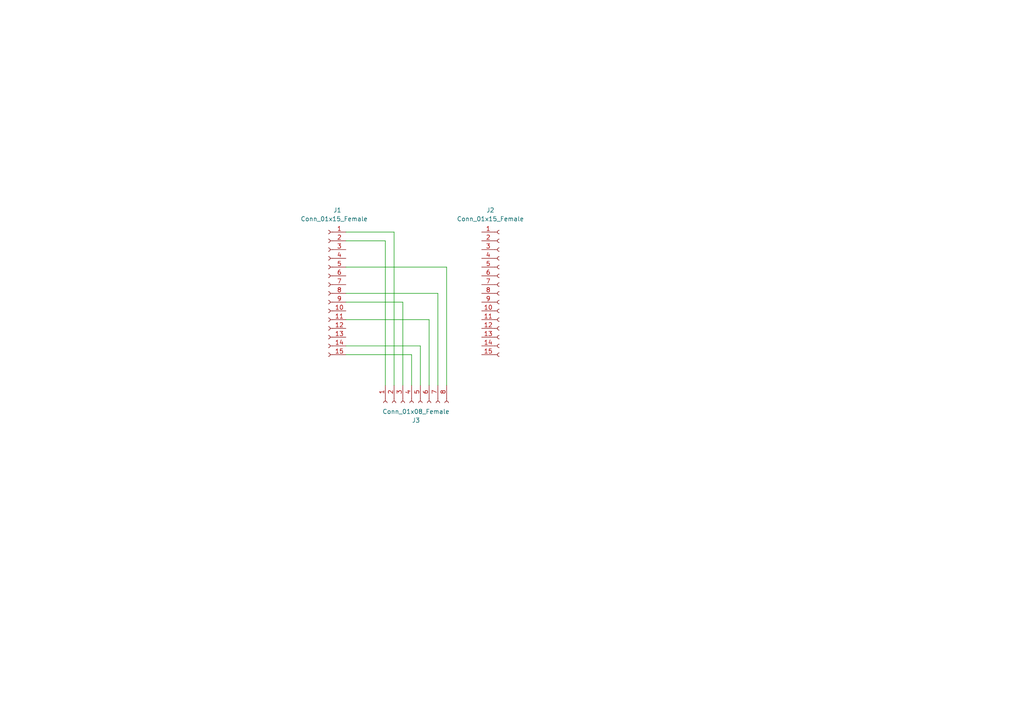
<source format=kicad_sch>
(kicad_sch (version 20211123) (generator eeschema)
  (paper "A4")
  (lib_symbols
    (symbol "Connector:Conn_01x08_Female" (pin_names (offset 1.016) hide)
      (property "Reference" "J" (at 0 10.16 0))
      (property "Value" "Conn_01x08_Female" (at 0 -12.7 0))
      (symbol "Conn_01x08_Female_1_1"
        (arc (start 0 -9.652) (mid -0.508 -10.16) (end 0 -10.668) (stroke (width 0.1524)))
        (arc (start 0 -7.112) (mid -0.508 -7.62) (end 0 -8.128) (stroke (width 0.1524)))
        (arc (start 0 -4.572) (mid -0.508 -5.08) (end 0 -5.588) (stroke (width 0.1524)))
        (arc (start 0 -2.032) (mid -0.508 -2.54) (end 0 -3.048) (stroke (width 0.1524)))
        (polyline (pts (xy -1.27 -10.16) (xy -0.508 -10.16)) (stroke (width 0.1524)))
        (polyline (pts (xy -1.27 -7.62) (xy -0.508 -7.62)) (stroke (width 0.1524)))
        (polyline (pts (xy -1.27 -5.08) (xy -0.508 -5.08)) (stroke (width 0.1524)))
        (polyline (pts (xy -1.27 -2.54) (xy -0.508 -2.54)) (stroke (width 0.1524)))
        (polyline (pts (xy -1.27 0) (xy -0.508 0)) (stroke (width 0.1524)))
        (polyline (pts (xy -1.27 2.54) (xy -0.508 2.54)) (stroke (width 0.1524)))
        (polyline (pts (xy -1.27 5.08) (xy -0.508 5.08)) (stroke (width 0.1524)))
        (polyline (pts (xy -1.27 7.62) (xy -0.508 7.62)) (stroke (width 0.1524)))
        (arc (start 0 0.508) (mid -0.508 0) (end 0 -0.508) (stroke (width 0.1524)))
        (arc (start 0 3.048) (mid -0.508 2.54) (end 0 2.032) (stroke (width 0.1524)))
        (arc (start 0 5.588) (mid -0.508 5.08) (end 0 4.572) (stroke (width 0.1524)))
        (arc (start 0 8.128) (mid -0.508 7.62) (end 0 7.112) (stroke (width 0.1524)))
        (pin passive line (at -5.08 7.62 0) (length 3.81) (name "Pin_1") (number "1"))
        (pin passive line (at -5.08 5.08 0) (length 3.81) (name "Pin_2") (number "2"))
        (pin passive line (at -5.08 2.54 0) (length 3.81) (name "Pin_3") (number "3"))
        (pin passive line (at -5.08 0 0) (length 3.81) (name "Pin_4") (number "4"))
        (pin passive line (at -5.08 -2.54 0) (length 3.81) (name "Pin_5") (number "5"))
        (pin passive line (at -5.08 -5.08 0) (length 3.81) (name "Pin_6") (number "6"))
        (pin passive line (at -5.08 -7.62 0) (length 3.81) (name "Pin_7") (number "7"))
        (pin passive line (at -5.08 -10.16 0) (length 3.81) (name "Pin_8") (number "8"))
      )
    )
    (symbol "Connector:Conn_01x15_Female" (pin_names (offset 1.016) hide)
      (property "Reference" "J" (at 0 20.32 0))
      (property "Value" "Conn_01x15_Female" (at 0 -20.32 0))
      (symbol "Conn_01x15_Female_1_1"
        (arc (start 0 -17.272) (mid -0.508 -17.78) (end 0 -18.288) (stroke (width 0.1524)))
        (arc (start 0 -14.732) (mid -0.508 -15.24) (end 0 -15.748) (stroke (width 0.1524)))
        (arc (start 0 -12.192) (mid -0.508 -12.7) (end 0 -13.208) (stroke (width 0.1524)))
        (arc (start 0 -9.652) (mid -0.508 -10.16) (end 0 -10.668) (stroke (width 0.1524)))
        (arc (start 0 -7.112) (mid -0.508 -7.62) (end 0 -8.128) (stroke (width 0.1524)))
        (arc (start 0 -4.572) (mid -0.508 -5.08) (end 0 -5.588) (stroke (width 0.1524)))
        (arc (start 0 -2.032) (mid -0.508 -2.54) (end 0 -3.048) (stroke (width 0.1524)))
        (polyline (pts (xy -1.27 -17.78) (xy -0.508 -17.78)) (stroke (width 0.1524)))
        (polyline (pts (xy -1.27 -15.24) (xy -0.508 -15.24)) (stroke (width 0.1524)))
        (polyline (pts (xy -1.27 -12.7) (xy -0.508 -12.7)) (stroke (width 0.1524)))
        (polyline (pts (xy -1.27 -10.16) (xy -0.508 -10.16)) (stroke (width 0.1524)))
        (polyline (pts (xy -1.27 -7.62) (xy -0.508 -7.62)) (stroke (width 0.1524)))
        (polyline (pts (xy -1.27 -5.08) (xy -0.508 -5.08)) (stroke (width 0.1524)))
        (polyline (pts (xy -1.27 -2.54) (xy -0.508 -2.54)) (stroke (width 0.1524)))
        (polyline (pts (xy -1.27 0) (xy -0.508 0)) (stroke (width 0.1524)))
        (polyline (pts (xy -1.27 2.54) (xy -0.508 2.54)) (stroke (width 0.1524)))
        (polyline (pts (xy -1.27 5.08) (xy -0.508 5.08)) (stroke (width 0.1524)))
        (polyline (pts (xy -1.27 7.62) (xy -0.508 7.62)) (stroke (width 0.1524)))
        (polyline (pts (xy -1.27 10.16) (xy -0.508 10.16)) (stroke (width 0.1524)))
        (polyline (pts (xy -1.27 12.7) (xy -0.508 12.7)) (stroke (width 0.1524)))
        (polyline (pts (xy -1.27 15.24) (xy -0.508 15.24)) (stroke (width 0.1524)))
        (polyline (pts (xy -1.27 17.78) (xy -0.508 17.78)) (stroke (width 0.1524)))
        (arc (start 0 0.508) (mid -0.508 0) (end 0 -0.508) (stroke (width 0.1524)))
        (arc (start 0 3.048) (mid -0.508 2.54) (end 0 2.032) (stroke (width 0.1524)))
        (arc (start 0 5.588) (mid -0.508 5.08) (end 0 4.572) (stroke (width 0.1524)))
        (arc (start 0 8.128) (mid -0.508 7.62) (end 0 7.112) (stroke (width 0.1524)))
        (arc (start 0 10.668) (mid -0.508 10.16) (end 0 9.652) (stroke (width 0.1524)))
        (arc (start 0 13.208) (mid -0.508 12.7) (end 0 12.192) (stroke (width 0.1524)))
        (arc (start 0 15.748) (mid -0.508 15.24) (end 0 14.732) (stroke (width 0.1524)))
        (arc (start 0 18.288) (mid -0.508 17.78) (end 0 17.272) (stroke (width 0.1524)))
        (pin passive line (at -5.08 17.78 0) (length 3.81) (name "Pin_1") (number "1"))
        (pin passive line (at -5.08 -5.08 0) (length 3.81) (name "Pin_10") (number "10"))
        (pin passive line (at -5.08 -7.62 0) (length 3.81) (name "Pin_11") (number "11"))
        (pin passive line (at -5.08 -10.16 0) (length 3.81) (name "Pin_12") (number "12"))
        (pin passive line (at -5.08 -12.7 0) (length 3.81) (name "Pin_13") (number "13"))
        (pin passive line (at -5.08 -15.24 0) (length 3.81) (name "Pin_14") (number "14"))
        (pin passive line (at -5.08 -17.78 0) (length 3.81) (name "Pin_15") (number "15"))
        (pin passive line (at -5.08 15.24 0) (length 3.81) (name "Pin_2") (number "2"))
        (pin passive line (at -5.08 12.7 0) (length 3.81) (name "Pin_3") (number "3"))
        (pin passive line (at -5.08 10.16 0) (length 3.81) (name "Pin_4") (number "4"))
        (pin passive line (at -5.08 7.62 0) (length 3.81) (name "Pin_5") (number "5"))
        (pin passive line (at -5.08 5.08 0) (length 3.81) (name "Pin_6") (number "6"))
        (pin passive line (at -5.08 2.54 0) (length 3.81) (name "Pin_7") (number "7"))
        (pin passive line (at -5.08 0 0) (length 3.81) (name "Pin_8") (number "8"))
        (pin passive line (at -5.08 -2.54 0) (length 3.81) (name "Pin_9") (number "9"))
      )
    )
  )
  (wire (pts (xy 119.38 102.87) (xy 119.38 111.76)))
  (wire (pts (xy 100.33 87.63) (xy 116.84 87.63)))
  (wire (pts (xy 127 85.09) (xy 127 111.76)))
  (wire (pts (xy 100.33 92.71) (xy 124.46 92.71)))
  (wire (pts (xy 129.54 77.47) (xy 129.54 111.76)))
  (wire (pts (xy 100.33 100.33) (xy 121.92 100.33)))
  (wire (pts (xy 100.33 85.09) (xy 127 85.09)))
  (wire (pts (xy 114.3 67.31) (xy 100.33 67.31)))
  (wire (pts (xy 100.33 102.87) (xy 119.38 102.87)))
  (wire (pts (xy 114.3 111.76) (xy 114.3 67.31)))
  (wire (pts (xy 100.33 69.85) (xy 111.76 69.85)))
  (wire (pts (xy 121.92 100.33) (xy 121.92 111.76)))
  (wire (pts (xy 124.46 92.71) (xy 124.46 111.76)))
  (wire (pts (xy 100.33 77.47) (xy 129.54 77.47)))
  (wire (pts (xy 116.84 87.63) (xy 116.84 111.76)))
  (wire (pts (xy 111.76 69.85) (xy 111.76 111.76)))
  (symbol (lib_id "Connector:Conn_01x15_Female") (at 144.78 85.09 0) (unit 1)
    (property "Reference" "J2" (at 142.24 60.96 0))
    (property "Value" "Conn_01x15_Female" (at 142.24 63.5 0))
    (property "Footprint" "Connector_PinSocket_2.54mm:PinSocket_1x15_P2.54mm_Vertical" (effects hide))
  )
  (symbol (lib_id "Connector:Conn_01x08_Female") (at 119.38 116.84 90) (mirror x) (unit 1)
    (property "Reference" "J3" (at 120.65 121.92 90))
    (property "Value" "Conn_01x08_Female" (at 120.65 119.38 90))
    (property "Footprint" "Connector_PinSocket_2.54mm:PinSocket_1x08_P2.54mm_Vertical" (effects hide))
  )
  (symbol (lib_id "Connector:Conn_01x15_Female") (at 95.25 85.09 0) (mirror y) (unit 1)
    (property "Reference" "J1" (at 99.06 60.96 0) (effects (justify left)))
    (property "Value" "Conn_01x15_Female" (at 106.68 63.5 0) (effects (justify left)))
    (property "Footprint" "Connector_PinSocket_2.54mm:PinSocket_1x15_P2.54mm_Vertical" (effects hide))
  )
)
</source>
